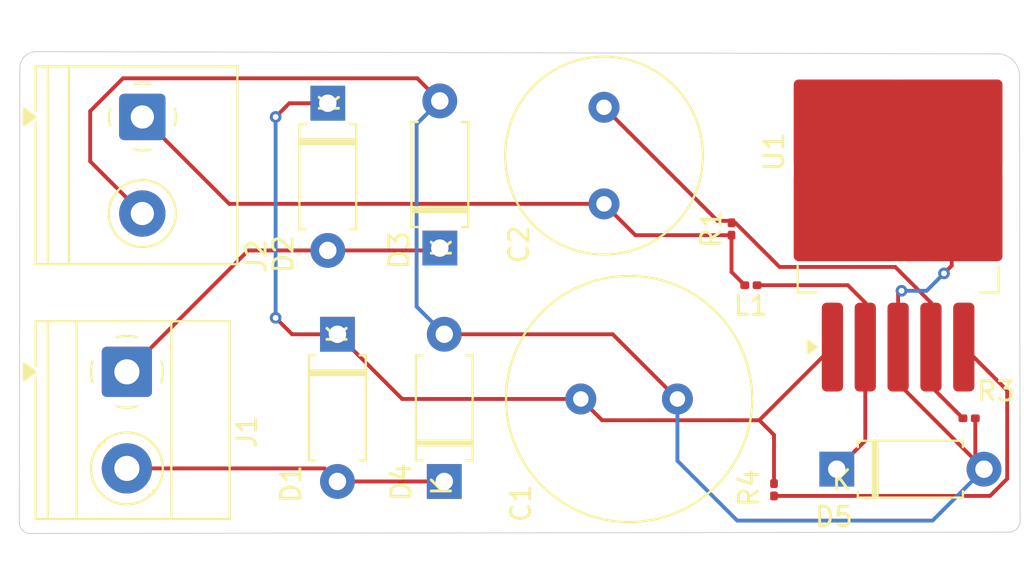
<source format=kicad_pcb>
(kicad_pcb (version 20241229) (generator "pcbnew") (generator_version "9.0")
  (layers (0 "F.Cu" signal) (2 "B.Cu" signal) (13 "F.Paste" user) (15 "B.Paste" user) (5 "F.SilkS" user "F.Silkscreen") (7 "B.SilkS" user "B.Silkscreen") (1 "F.Mask" user) (3 "B.Mask" user) (25 "Edge.Cuts" user))
  (net 0 "")
  (net 1 "GND")
  (net 2 "Net-(D1-K)")
  (net 3 "Net-(J2-Pin_1)")
  (net 4 "Net-(D1-A)")
  (net 5 "Net-(D2-A)")
  (net 6 "Net-(D5-K)")
  (net 7 "FB")
  (net 8 "Net-(U1-~{ON}{slash}OFF)")
  (footprint "TerminalBlock_Phoenix:TerminalBlock_Phoenix_MKDS-1,5-2_1x02_P5.00mm_Horizontal" (layer "F.Cu") (at 96.6 109.895 -90)
    (property "Reference" "J1" (at 3.105 -6.2 90) (layer "F.SilkS"))
    (property "Value" "Screw_Terminal_01x02")
    (fp_line (start -2.62 4.72) (end -0.3 4.72) (stroke (width 0.12)) (layer "F.SilkS"))
    (fp_line (start 0.3 4.72) (end 7.62 4.72) (stroke (width 0.12)) (layer "F.SilkS"))
    (fp_line (start -2.62 4.1) (end 7.62 4.1) (stroke (width 0.12)) (layer "F.SilkS"))
    (fp_line (start -2.62 2.6) (end 7.62 2.6) (stroke (width 0.12)) (layer "F.SilkS"))
    (fp_line (start 3.86 1.367) (end 3.816 1.41) (stroke (width 0.12)) (layer "F.SilkS"))
    (fp_line (start 3.633 1.14) (end 3.589 1.183) (stroke (width 0.12)) (layer "F.SilkS"))
    (fp_line (start 6.411 -1.184) (end 6.367 -1.14) (stroke (width 0.12)) (layer "F.SilkS"))
    (fp_line (start 6.184 -1.411) (end 6.14 -1.367) (stroke (width 0.12)) (layer "F.SilkS"))
    (fp_line (start -2.62 -2.3) (end 7.62 -2.3) (stroke (width 0.12)) (layer "F.SilkS"))
    (fp_line (start -2.62 -5.32) (end -2.62 4.72) (stroke (width 0.12)) (layer "F.SilkS"))
    (fp_line (start -2.62 -5.32) (end 7.62 -5.32) (stroke (width 0.12)) (layer "F.SilkS"))
    (fp_line (start 7.62 -5.32) (end 7.62 4.72) (stroke (width 0.12)) (layer "F.SilkS"))
    (fp_arc (start 0.54 1.78) (mid 0.000355 1.860107) (end -0.539321 1.780206) (stroke (width 0.12)) (layer "F.SilkS"))
    (fp_arc (start -1.78 0.54) (mid -1.860107 0.000355) (end -1.780206 -0.539321) (stroke (width 0.12)) (layer "F.SilkS"))
    (fp_arc (start 1.78 -0.54) (mid 1.860107 -0.000355) (end 1.780206 0.539321) (stroke (width 0.12)) (layer "F.SilkS"))
    (fp_arc (start -0.54 -1.78) (mid -0.000355 -1.860107) (end 0.539321 -1.780206) (stroke (width 0.12)) (layer "F.SilkS"))
    (fp_circle (center 5 0) (end 6.86 0) (stroke (width 0.12)) (fill no) (layer "F.SilkS"))
    (fp_poly (pts (xy 0 4.72) (xy 0.44 5.33) (xy -0.44 5.33) (xy 0 4.72)) (stroke (width 0.12)) (fill yes) (layer "F.SilkS"))
    (pad "1" thru_hole roundrect (at 0 0 270) (size 2.6 2.6) (drill 1.3) (layers "*.Cu" "*.Mask") (roundrect_rratio 0.096154) (net 5 "Net-(D2-A)"))
    (pad "2" thru_hole circle (at 5 0 270) (size 2.6 2.6) (drill 1.3) (layers "*.Cu" "*.Mask") (net 4 "Net-(D1-A)"))
  )
  (footprint "Diode_THT:D_A-405_P7.62mm_Horizontal" (layer "F.Cu") (at 107.5 107.95 -90)
    (property "Reference" "D1" (at 7.75 2.4 90) (layer "F.SilkS"))
    (property "Value" "40V 7A")
    (fp_line (start 1.09 1.47) (end 6.53 1.47) (stroke (width 0.12)) (layer "F.SilkS"))
    (fp_line (start 6.53 1.47) (end 6.53 1.14) (stroke (width 0.12)) (layer "F.SilkS"))
    (fp_line (start 1.09 1.14) (end 1.09 1.47) (stroke (width 0.12)) (layer "F.SilkS"))
    (fp_line (start 1.09 -1.14) (end 1.09 -1.47) (stroke (width 0.12)) (layer "F.SilkS"))
    (fp_line (start 1.09 -1.47) (end 6.53 -1.47) (stroke (width 0.12)) (layer "F.SilkS"))
    (fp_line (start 1.87 -1.47) (end 1.87 1.47) (stroke (width 0.12)) (layer "F.SilkS"))
    (fp_line (start 1.99 -1.47) (end 1.99 1.47) (stroke (width 0.12)) (layer "F.SilkS"))
    (fp_line (start 2.11 -1.47) (end 2.11 1.47) (stroke (width 0.12)) (layer "F.SilkS"))
    (fp_line (start 6.53 -1.47) (end 6.53 -1.14) (stroke (width 0.12)) (layer "F.SilkS"))
    (fp_text user "K" (at 0 0 90) (layer "F.SilkS"))
    (pad "1" thru_hole rect (at 0 0 270) (size 1.8 1.8) (drill 0.9) (layers "*.Cu" "*.Mask") (net 2 "Net-(D1-K)"))
    (pad "2" thru_hole oval (at 7.62 0 270) (size 1.8 1.8) (drill 0.9) (layers "*.Cu" "*.Mask") (net 4 "Net-(D1-A)"))
  )
  (footprint "Package_TO_SOT_SMD:TO-263-5_TabPin3" (layer "F.Cu") (at 136.525 100.965 90)
    (property "Reference" "U1" (at 2.465 -6.425 90) (layer "F.SilkS"))
    (property "Value" "LM2596")
    (fp_line (start -3.46 -5.2) (end -4.825 -5.2) (stroke (width 0.12)) (layer "F.SilkS"))
    (fp_line (start -4.825 -5.2) (end -4.825 -4.25) (stroke (width 0.12)) (layer "F.SilkS"))
    (fp_line (start -3.46 5.2) (end -4.825 5.2) (stroke (width 0.12)) (layer "F.SilkS"))
    (fp_line (start -4.825 5.2) (end -4.825 4.25) (stroke (width 0.12)) (layer "F.SilkS"))
    (fp_poly (pts (xy -7.65 -4.21) (xy -7.99 -4.68) (xy -7.31 -4.68) (xy -7.65 -4.21)) (stroke (width 0.12)) (fill yes) (layer "F.SilkS"))
    (pad "1" smd roundrect (at -7.65 -3.4 90) (size 4.6 1.1) (layers "F.Cu" "F.Mask" "F.Paste") (roundrect_rratio 0.227273) (net 2 "Net-(D1-K)"))
    (pad "2" smd roundrect (at -7.65 -1.7 90) (size 4.6 1.1) (layers "F.Cu" "F.Mask" "F.Paste") (roundrect_rratio 0.227273) (net 6 "Net-(D5-K)"))
    (pad "3" smd roundrect (at -7.65 0 90) (size 4.6 1.1) (layers "F.Cu" "F.Mask" "F.Paste") (roundrect_rratio 0.227273) (net 1 "GND"))
    (pad "3" smd roundrect (at -0.925 -2.775 90) (size 4.55 5.25) (layers "F.Cu" "F.Paste") (roundrect_rratio 0.054945) (net 1 "GND"))
    (pad "3" smd roundrect (at -0.925 2.775 90) (size 4.55 5.25) (layers "F.Cu" "F.Paste") (roundrect_rratio 0.054945) (net 1 "GND"))
    (pad "3" smd roundrect (at 1.5 0 90) (size 9.4 10.8) (layers "F.Cu" "F.Mask") (roundrect_rratio 0.026596) (net 1 "GND"))
    (pad "3" smd roundrect (at 3.925 -2.775 90) (size 4.55 5.25) (layers "F.Cu" "F.Paste") (roundrect_rratio 0.054945) (net 1 "GND"))
    (pad "3" smd roundrect (at 3.925 2.775 90) (size 4.55 5.25) (layers "F.Cu" "F.Paste") (roundrect_rratio 0.054945) (net 1 "GND"))
    (pad "4" smd roundrect (at -7.65 1.7 90) (size 4.6 1.1) (layers "F.Cu" "F.Mask" "F.Paste") (roundrect_rratio 0.227273) (net 7 "FB"))
    (pad "5" smd roundrect (at -7.65 3.4 90) (size 4.6 1.1) (layers "F.Cu" "F.Mask" "F.Paste") (roundrect_rratio 0.227273) (net 8 "Net-(U1-~{ON}{slash}OFF)"))
  )
  (footprint "Capacitor_THT:C_Radial_D12.5mm_H20.0mm_P5.00mm" (layer "F.Cu") (at 120.1 111.3)
    (property "Reference" "C1" (at -3.1 5.4 90) (layer "F.SilkS"))
    (property "Value" "1.5mF")
    (fp_circle (center 2.5 0) (end 8.87 0) (stroke (width 0.12)) (fill no) (layer "F.SilkS"))
    (pad "1" thru_hole circle (at 0 0) (size 1.6 1.6) (drill 0.8) (layers "*.Cu" "*.Mask") (net 2 "Net-(D1-K)"))
    (pad "2" thru_hole circle (at 5 0) (size 1.6 1.6) (drill 0.8) (layers "*.Cu" "*.Mask") (net 1 "GND"))
  )
  (footprint "Diode_THT:D_A-405_P7.62mm_Horizontal" (layer "F.Cu") (at 112.8 103.49 90)
    (property "Reference" "D3" (at -0.11 -2.1 90) (layer "F.SilkS"))
    (property "Value" "40V 7A")
    (fp_line (start 6.53 -1.47) (end 6.53 -1.14) (stroke (width 0.12)) (layer "F.SilkS"))
    (fp_line (start 2.11 -1.47) (end 2.11 1.47) (stroke (width 0.12)) (layer "F.SilkS"))
    (fp_line (start 1.99 -1.47) (end 1.99 1.47) (stroke (width 0.12)) (layer "F.SilkS"))
    (fp_line (start 1.87 -1.47) (end 1.87 1.47) (stroke (width 0.12)) (layer "F.SilkS"))
    (fp_line (start 1.09 -1.47) (end 6.53 -1.47) (stroke (width 0.12)) (layer "F.SilkS"))
    (fp_line (start 1.09 -1.14) (end 1.09 -1.47) (stroke (width 0.12)) (layer "F.SilkS"))
    (fp_line (start 1.09 1.14) (end 1.09 1.47) (stroke (width 0.12)) (layer "F.SilkS"))
    (fp_line (start 6.53 1.47) (end 6.53 1.14) (stroke (width 0.12)) (layer "F.SilkS"))
    (fp_line (start 1.09 1.47) (end 6.53 1.47) (stroke (width 0.12)) (layer "F.SilkS"))
    (fp_text user "K" (at 0 0.1 90) (layer "F.SilkS"))
    (pad "1" thru_hole rect (at 0 0 90) (size 1.8 1.8) (drill 0.9) (layers "*.Cu" "*.Mask") (net 5 "Net-(D2-A)"))
    (pad "2" thru_hole oval (at 7.62 0 90) (size 1.8 1.8) (drill 0.9) (layers "*.Cu" "*.Mask") (net 1 "GND"))
  )
  (footprint "Capacitor_THT:C_Radial_D10.0mm_H12.5mm_P5.00mm" (layer "F.Cu") (at 121.3 101.2 90)
    (property "Reference" "C2" (at -2.1 -4.4 90) (layer "F.SilkS"))
    (property "Value" "1050uF")
    (fp_circle (center 2.5 0) (end 7.62 0) (stroke (width 0.12)) (fill no) (layer "F.SilkS"))
    (pad "1" thru_hole circle (at 0 0 90) (size 1.6 1.6) (drill 0.8) (layers "*.Cu" "*.Mask") (net 3 "Net-(J2-Pin_1)"))
    (pad "2" thru_hole circle (at 5 0 90) (size 1.6 1.6) (drill 0.8) (layers "*.Cu" "*.Mask") (net 7 "FB"))
  )
  (footprint "Resistor_SMD:R_0201_0603Metric" (layer "F.Cu") (at 127.9 102.5 90)
    (property "Reference" "R1" (at 0 -1.05 90) (layer "F.SilkS"))
    (property "Value" "15 ohm")
    (pad "1" smd roundrect (at -0.32 0 90) (size 0.46 0.4) (layers "F.Cu" "F.Mask") (net 3 "Net-(J2-Pin_1)"))
    (pad "2" smd roundrect (at 0.32 0 90) (size 0.46 0.4) (layers "F.Cu" "F.Mask") (net 7 "FB"))
  )
  (footprint "TerminalBlock_Philmore:TerminalBlock_Philmore_TB132_1x02_P5.00mm_Horizontal" (layer "F.Cu") (at 97.4 96.7 -90)
    (property "Reference" "J2" (at 7.2 -5.9 90) (layer "F.SilkS"))
    (property "Value" "Screw_Terminal_01x02")
    (fp_line (start -2.62 5.52) (end -0.3 5.52) (stroke (width 0.12)) (layer "F.SilkS"))
    (fp_line (start 0.3 5.52) (end 7.62 5.52) (stroke (width 0.12)) (layer "F.SilkS"))
    (fp_line (start -2.62 4.9) (end 7.62 4.9) (stroke (width 0.12)) (layer "F.SilkS"))
    (fp_line (start -2.62 3.8) (end 7.62 3.8) (stroke (width 0.12)) (layer "F.SilkS"))
    (fp_line (start -2.62 -4.92) (end -2.62 5.52) (stroke (width 0.12)) (layer "F.SilkS"))
    (fp_line (start -2.62 -4.92) (end 7.62 -4.92) (stroke (width 0.12)) (layer "F.SilkS"))
    (fp_line (start 7.62 -4.92) (end 7.62 5.52) (stroke (width 0.12)) (layer "F.SilkS"))
    (fp_arc (start 0.433 1.68) (mid -0.000376 1.734903) (end -0.433727 1.679812) (stroke (width 0.12)) (layer "F.SilkS"))
    (fp_arc (start -1.68 0.433) (mid -1.734903 -0.000376) (end -1.679812 -0.433727) (stroke (width 0.12)) (layer "F.SilkS"))
    (fp_arc (start 1.68 -0.433) (mid 1.734903 0.000376) (end 1.679812 0.433727) (stroke (width 0.12)) (layer "F.SilkS"))
    (fp_arc (start -0.433 -1.68) (mid 0.000376 -1.734903) (end 0.433727 -1.679812) (stroke (width 0.12)) (layer "F.SilkS"))
    (fp_circle (center 5 0) (end 6.735 0) (stroke (width 0.12)) (fill no) (layer "F.SilkS"))
    (fp_poly (pts (xy 0 5.52) (xy 0.44 6.13) (xy -0.44 6.13) (xy 0 5.52)) (stroke (width 0.12)) (fill yes) (layer "F.SilkS"))
    (pad "1" thru_hole roundrect (at 0 0 270) (size 2.4 2.4) (drill 1.2) (layers "*.Cu" "*.Mask") (roundrect_rratio 0.104167) (net 3 "Net-(J2-Pin_1)"))
    (pad "2" thru_hole circle (at 5 0 270) (size 2.4 2.4) (drill 1.2) (layers "*.Cu" "*.Mask") (net 1 "GND"))
  )
  (footprint "Diode_THT:D_A-405_P7.62mm_Horizontal" (layer "F.Cu") (at 107 95.99 -90)
    (property "Reference" "D2" (at 7.81 2.3 90) (layer "F.SilkS"))
    (property "Value" "40V 7A")
    (fp_line (start 1.09 1.47) (end 6.53 1.47) (stroke (width 0.12)) (layer "F.SilkS"))
    (fp_line (start 6.53 1.47) (end 6.53 1.14) (stroke (width 0.12)) (layer "F.SilkS"))
    (fp_line (start 1.09 1.14) (end 1.09 1.47) (stroke (width 0.12)) (layer "F.SilkS"))
    (fp_line (start 1.09 -1.14) (end 1.09 -1.47) (stroke (width 0.12)) (layer "F.SilkS"))
    (fp_line (start 1.09 -1.47) (end 6.53 -1.47) (stroke (width 0.12)) (layer "F.SilkS"))
    (fp_line (start 1.87 -1.47) (end 1.87 1.47) (stroke (width 0.12)) (layer "F.SilkS"))
    (fp_line (start 1.99 -1.47) (end 1.99 1.47) (stroke (width 0.12)) (layer "F.SilkS"))
    (fp_line (start 2.11 -1.47) (end 2.11 1.47) (stroke (width 0.12)) (layer "F.SilkS"))
    (fp_line (start 6.53 -1.47) (end 6.53 -1.14) (stroke (width 0.12)) (layer "F.SilkS"))
    (fp_text user "K" (at 0 -0.1 90) (layer "F.SilkS"))
    (pad "1" thru_hole rect (at 0 0 270) (size 1.8 1.8) (drill 0.9) (layers "*.Cu" "*.Mask") (net 2 "Net-(D1-K)"))
    (pad "2" thru_hole oval (at 7.62 0 270) (size 1.8 1.8) (drill 0.9) (layers "*.Cu" "*.Mask") (net 5 "Net-(D2-A)"))
  )
  (footprint "Inductor_SMD:L_0201_0603Metric" (layer "F.Cu") (at 128.905 105.41 180)
    (property "Reference" "L1" (at 0 -1.05 0) (layer "F.SilkS"))
    (property "Value" "750uH")
    (pad "1" smd roundrect (at -0.32 0 180) (size 0.46 0.4) (layers "F.Cu" "F.Mask") (net 6 "Net-(D5-K)"))
    (pad "2" smd roundrect (at 0.32 0 180) (size 0.46 0.4) (layers "F.Cu" "F.Mask") (net 3 "Net-(J2-Pin_1)"))
  )
  (footprint "Diode_THT:D_A-405_P7.62mm_Horizontal" (layer "F.Cu") (at 113.03 115.57 90)
    (property "Reference" "D4" (at -0.03 -2.23 90) (layer "F.SilkS"))
    (property "Value" "40V 7A")
    (fp_line (start 6.53 -1.47) (end 6.53 -1.14) (stroke (width 0.12)) (layer "F.SilkS"))
    (fp_line (start 2.11 -1.47) (end 2.11 1.47) (stroke (width 0.12)) (layer "F.SilkS"))
    (fp_line (start 1.99 -1.47) (end 1.99 1.47) (stroke (width 0.12)) (layer "F.SilkS"))
    (fp_line (start 1.87 -1.47) (end 1.87 1.47) (stroke (width 0.12)) (layer "F.SilkS"))
    (fp_line (start 1.09 -1.47) (end 6.53 -1.47) (stroke (width 0.12)) (layer "F.SilkS"))
    (fp_line (start 1.09 -1.14) (end 1.09 -1.47) (stroke (width 0.12)) (layer "F.SilkS"))
    (fp_line (start 1.09 1.14) (end 1.09 1.47) (stroke (width 0.12)) (layer "F.SilkS"))
    (fp_line (start 6.53 1.47) (end 6.53 1.14) (stroke (width 0.12)) (layer "F.SilkS"))
    (fp_line (start 1.09 1.47) (end 6.53 1.47) (stroke (width 0.12)) (layer "F.SilkS"))
    (fp_text user "K" (at -0.23 -0.13 90) (layer "F.SilkS"))
    (pad "1" thru_hole rect (at 0 0 90) (size 1.8 1.8) (drill 0.9) (layers "*.Cu" "*.Mask") (net 4 "Net-(D1-A)"))
    (pad "2" thru_hole oval (at 7.62 0 90) (size 1.8 1.8) (drill 0.9) (layers "*.Cu" "*.Mask") (net 1 "GND"))
  )
  (footprint "Resistor_SMD:R_0201_0603Metric" (layer "F.Cu") (at 140.2 112.3)
    (property "Reference" "R3" (at 1.4 -1.4 0) (layer "F.SilkS"))
    (property "Value" "15 ohm")
    (pad "1" smd roundrect (at -0.32 0) (size 0.46 0.4) (layers "F.Cu" "F.Mask") (net 7 "FB"))
    (pad "2" smd roundrect (at 0.32 0) (size 0.46 0.4) (layers "F.Cu" "F.Mask") (net 1 "GND"))
  )
  (footprint "Diode_THT:D_A-405_P7.62mm_Horizontal" (layer "F.Cu") (at 133.35 114.935)
    (property "Reference" "D5" (at -0.15 2.465 0) (layer "F.SilkS"))
    (property "Value" "40V 4A")
    (fp_line (start 1.09 -1.47) (end 6.53 -1.47) (stroke (width 0.12)) (layer "F.SilkS"))
    (fp_line (start 1.09 -1.14) (end 1.09 -1.47) (stroke (width 0.12)) (layer "F.SilkS"))
    (fp_line (start 1.09 1.14) (end 1.09 1.47) (stroke (width 0.12)) (layer "F.SilkS"))
    (fp_line (start 1.09 1.47) (end 6.53 1.47) (stroke (width 0.12)) (layer "F.SilkS"))
    (fp_line (start 1.87 -1.47) (end 1.87 1.47) (stroke (width 0.12)) (layer "F.SilkS"))
    (fp_line (start 1.99 -1.47) (end 1.99 1.47) (stroke (width 0.12)) (layer "F.SilkS"))
    (fp_line (start 2.11 -1.47) (end 2.11 1.47) (stroke (width 0.12)) (layer "F.SilkS"))
    (fp_line (start 6.53 -1.47) (end 6.53 -1.14) (stroke (width 0.12)) (layer "F.SilkS"))
    (fp_line (start 6.53 1.47) (end 6.53 1.14) (stroke (width 0.12)) (layer "F.SilkS"))
    (fp_text user "K" (at 0.25 0.565 0) (layer "F.SilkS"))
    (pad "1" thru_hole rect (at 0 0) (size 1.8 1.8) (drill 0.9) (layers "*.Cu" "*.Mask") (net 6 "Net-(D5-K)"))
    (pad "2" thru_hole oval (at 7.62 0) (size 1.8 1.8) (drill 0.9) (layers "*.Cu" "*.Mask") (net 1 "GND"))
  )
  (footprint "Resistor_SMD:R_0201_0603Metric" (layer "F.Cu") (at 130.1 116 90)
    (property "Reference" "R4" (at 0.1 -1.3 90) (layer "F.SilkS"))
    (property "Value" "10k")
    (pad "1" smd roundrect (at -0.32 0 90) (size 0.46 0.4) (layers "F.Cu" "F.Mask") (net 8 "Net-(U1-~{ON}{slash}OFF)"))
    (pad "2" smd roundrect (at 0.32 0 90) (size 0.46 0.4) (layers "F.Cu" "F.Mask") (net 2 "Net-(D1-K)"))
  )
  (gr_line (start 91.607482 118.265635) (end 142.244168 118.19563) (stroke (width 0.05)) (layer "Edge.Cuts"))
  (gr_line (start 91.059 94.181382) (end 91.034321 117.697472) (stroke (width 0.05)) (layer "Edge.Cuts"))
  (gr_arc (start 142.839961 117.543039) (mid 142.684606 118) (end 142.243383 118.19563) (stroke (width 0.05)) (layer "Edge.Cuts"))
  (gr_arc (start 141.63196 93.435419) (mid 142.463516 93.759029) (end 142.80736 94.582424) (stroke (width 0.05)) (layer "Edge.Cuts"))
  (gr_arc (start 91.607482 118.265636) (mid 91.201755 118.101748) (end 91.034321 117.697472) (stroke (width 0.05)) (layer "Edge.Cuts"))
  (gr_line (start 142.839961 117.54305) (end 142.80736 94.582424) (stroke (width 0.05)) (layer "Edge.Cuts"))
  (gr_arc (start 91.059 94.181422) (mid 91.302549 93.5736) (end 91.905789 93.318914) (stroke (width 0.05)) (layer "Edge.Cuts"))
  (gr_line (start 91.905789 93.319607) (end 141.63196 93.435419) (stroke (width 0.05)) (layer "Edge.Cuts"))
  (segment (start 113.13 96.2) (end 112.8 95.87) (width 0.2) (layer "F.Cu") (net 1))
  (segment (start 139.3 104.4) (end 139.3 101.89) (width 0.2) (layer "F.Cu") (net 1))
  (segment (start 121.75 107.95) (end 113.03 107.95) (width 0.2) (layer "F.Cu") (net 1))
  (segment (start 94.7 99) (end 97.4 101.7) (width 0.2) (layer "F.Cu") (net 1))
  (segment (start 94.7 96.4) (end 94.7 99) (width 0.2) (layer "F.Cu") (net 1))
  (segment (start 138.9 104.8) (end 139.3 104.4) (width 0.2) (layer "F.Cu") (net 1))
  (segment (start 140.52 114.485) (end 140.97 114.935) (width 0.2) (layer "F.Cu") (net 1))
  (segment (start 136.525 108.615) (end 136.525 105.875) (width 0.2) (layer "F.Cu") (net 1))
  (segment (start 136.525 105.875) (end 136.7 105.7) (width 0.2) (layer "F.Cu") (net 1))
  (segment (start 111.63 94.7) (end 96.4 94.7) (width 0.2) (layer "F.Cu") (net 1))
  (segment (start 96.4 94.7) (end 94.7 96.4) (width 0.2) (layer "F.Cu") (net 1))
  (segment (start 112.8 95.87) (end 111.63 94.7) (width 0.2) (layer "F.Cu") (net 1))
  (segment (start 125.1 111.3) (end 121.75 107.95) (width 0.2) (layer "F.Cu") (net 1))
  (segment (start 136.525 110.49) (end 136.525 108.615) (width 0.2) (layer "F.Cu") (net 1))
  (segment (start 140.52 112.3) (end 140.52 114.485) (width 0.2) (layer "F.Cu") (net 1))
  (segment (start 140.97 114.935) (end 136.525 110.49) (width 0.2) (layer "F.Cu") (net 1))
  (via (at 136.7 105.7) (size 0.6) (drill 0.3) (layers "F.Cu" "B.Cu") (net 1))
  (via (at 138.9 104.8) (size 0.6) (drill 0.3) (layers "F.Cu" "B.Cu") (net 1))
  (segment (start 125.1 111.3) (end 125.1 114.5) (width 0.2) (layer "B.Cu") (net 1))
  (segment (start 138.308617 117.596383) (end 140.97 114.935) (width 0.2) (layer "B.Cu") (net 1))
  (segment (start 136.7 105.7) (end 138 105.7) (width 0.2) (layer "B.Cu") (net 1))
  (segment (start 125.1 114.5) (end 128.196383 117.596383) (width 0.2) (layer "B.Cu") (net 1))
  (segment (start 111.599 97.071) (end 111.599 106.519) (width 0.2) (layer "B.Cu") (net 1))
  (segment (start 138 105.7) (end 138.9 104.8) (width 0.2) (layer "B.Cu") (net 1))
  (segment (start 128.196383 117.596383) (end 138.308617 117.596383) (width 0.2) (layer "B.Cu") (net 1))
  (segment (start 112.8 95.87) (end 111.599 97.071) (width 0.2) (layer "B.Cu") (net 1))
  (segment (start 111.599 106.519) (end 113.03 107.95) (width 0.2) (layer "B.Cu") (net 1))
  (segment (start 110.85 111.3) (end 120.1 111.3) (width 0.2) (layer "F.Cu") (net 2))
  (segment (start 129.339 112.401) (end 130.1 113.162) (width 0.2) (layer "F.Cu") (net 2))
  (segment (start 121.201 112.401) (end 129.339 112.401) (width 0.2) (layer "F.Cu") (net 2))
  (segment (start 105.01 95.99) (end 104.3 96.7) (width 0.2) (layer "F.Cu") (net 2))
  (segment (start 130.1 113.162) (end 130.1 115.68) (width 0.2) (layer "F.Cu") (net 2))
  (segment (start 120.1 111.3) (end 121.201 112.401) (width 0.2) (layer "F.Cu") (net 2))
  (segment (start 107.5 107.95) (end 105.15 107.95) (width 0.2) (layer "F.Cu") (net 2))
  (segment (start 105.15 107.95) (end 104.3 107.1) (width 0.2) (layer "F.Cu") (net 2))
  (segment (start 107 95.99) (end 105.01 95.99) (width 0.2) (layer "F.Cu") (net 2))
  (segment (start 107.5 107.95) (end 110.85 111.3) (width 0.2) (layer "F.Cu") (net 2))
  (segment (start 129.339 112.401) (end 133.125 108.615) (width 0.2) (layer "F.Cu") (net 2))
  (via (at 104.3 107.1) (size 0.6) (drill 0.3) (layers "F.Cu" "B.Cu") (net 2))
  (via (at 104.3 96.7) (size 0.6) (drill 0.3) (layers "F.Cu" "B.Cu") (net 2))
  (segment (start 104.3 96.7) (end 104.3 107.1) (width 0.2) (layer "B.Cu") (net 2))
  (segment (start 101.9 101.2) (end 121.3 101.2) (width 0.2) (layer "F.Cu") (net 3))
  (segment (start 97.4 96.7) (end 101.9 101.2) (width 0.2) (layer "F.Cu") (net 3))
  (segment (start 127.9 104.725) (end 128.585 105.41) (width 0.2) (layer "F.Cu") (net 3))
  (segment (start 122.92 102.82) (end 127.9 102.82) (width 0.2) (layer "F.Cu") (net 3))
  (segment (start 127.9 102.82) (end 127.9 104.725) (width 0.2) (layer "F.Cu") (net 3))
  (segment (start 121.3 101.2) (end 122.92 102.82) (width 0.2) (layer "F.Cu") (net 3))
  (segment (start 96.6 114.895) (end 106.825 114.895) (width 0.2) (layer "F.Cu") (net 4))
  (segment (start 106.825 114.895) (end 107.5 115.57) (width 0.2) (layer "F.Cu") (net 4))
  (segment (start 107.5 115.57) (end 113.03 115.57) (width 0.2) (layer "F.Cu") (net 4))
  (segment (start 102.885 103.61) (end 96.6 109.895) (width 0.2) (layer "F.Cu") (net 5))
  (segment (start 112.68 103.61) (end 112.8 103.49) (width 0.2) (layer "F.Cu") (net 5))
  (segment (start 107 103.61) (end 102.885 103.61) (width 0.2) (layer "F.Cu") (net 5))
  (segment (start 107 103.61) (end 112.68 103.61) (width 0.2) (layer "F.Cu") (net 5))
  (segment (start 134.825 108.615) (end 134.825 113.46) (width 0.2) (layer "F.Cu") (net 6))
  (segment (start 134.825 108.615) (end 134.825 106.315) (width 0.2) (layer "F.Cu") (net 6))
  (segment (start 134.825 106.315) (end 133.92 105.41) (width 0.2) (layer "F.Cu") (net 6))
  (segment (start 134.825 113.46) (end 133.35 114.935) (width 0.2) (layer "F.Cu") (net 6))
  (segment (start 133.92 105.41) (end 129.225 105.41) (width 0.2) (layer "F.Cu") (net 6))
  (segment (start 138.225 108.615) (end 138.225 106.315) (width 0.2) (layer "F.Cu") (net 7))
  (segment (start 128.099999 102.18) (end 127.9 102.18) (width 0.2) (layer "F.Cu") (net 7))
  (segment (start 136.376 104.466) (end 130.385999 104.466) (width 0.2) (layer "F.Cu") (net 7))
  (segment (start 127.9 102.18) (end 127.8 102.08) (width 0.2) (layer "F.Cu") (net 7))
  (segment (start 127.18 102.08) (end 121.3 96.2) (width 0.2) (layer "F.Cu") (net 7))
  (segment (start 127.8 102.08) (end 127.18 102.08) (width 0.2) (layer "F.Cu") (net 7))
  (segment (start 138.225 110.645) (end 138.225 108.615) (width 0.2) (layer "F.Cu") (net 7))
  (segment (start 138.225 106.315) (end 136.376 104.466) (width 0.2) (layer "F.Cu") (net 7))
  (segment (start 130.385999 104.466) (end 128.099999 102.18) (width 0.2) (layer "F.Cu") (net 7))
  (segment (start 139.88 112.3) (end 138.225 110.645) (width 0.2) (layer "F.Cu") (net 7))
  (segment (start 141.283471 116.32) (end 142.171 115.432471) (width 0.2) (layer "F.Cu") (net 8))
  (segment (start 142.171 115.432471) (end 142.171 110.861) (width 0.2) (layer "F.Cu") (net 8))
  (segment (start 130.1 116.32) (end 141.283471 116.32) (width 0.2) (layer "F.Cu") (net 8))
  (segment (start 142.171 110.861) (end 139.925 108.615) (width 0.2) (layer "F.Cu") (net 8))
)
</source>
